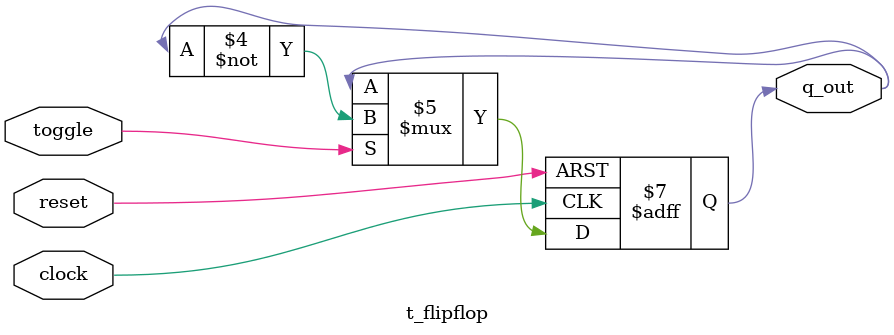
<source format=v>
`timescale 1ns/1ns

module t_flipflop(input toggle, clock, reset, output reg q_out);

	always @ (posedge clock, negedge reset)
	begin
	
		if (reset == 1'b0) begin
			//active low, asynchronous reset
			q_out <= 0;
			
		end else if (toggle == 1'b1) begin
			
			// toggle stored value
			q_out <= ~q_out;
		end
	
	end

endmodule

</source>
